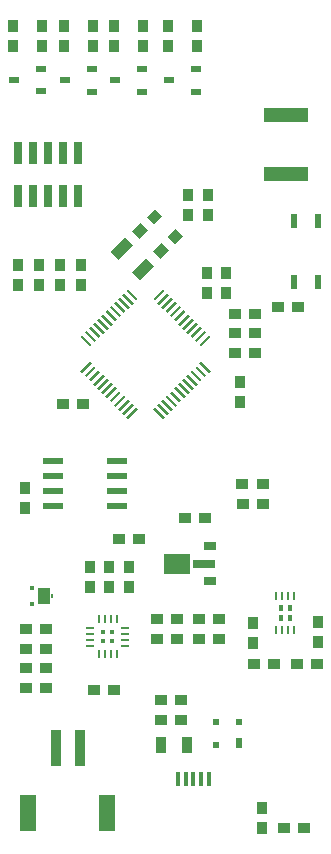
<source format=gbr>
G04 #@! TF.FileFunction,Paste,Top*
%FSLAX46Y46*%
G04 Gerber Fmt 4.6, Leading zero omitted, Abs format (unit mm)*
G04 Created by KiCad (PCBNEW 4.0.7-e2-6376~58~ubuntu16.04.1) date Fri Dec  8 11:46:57 2017*
%MOMM*%
%LPD*%
G01*
G04 APERTURE LIST*
%ADD10C,0.100000*%
%ADD11R,0.900000X0.990000*%
%ADD12R,0.990000X0.900000*%
%ADD13R,0.450000X0.360000*%
%ADD14R,0.990000X1.440000*%
%ADD15R,0.225000X0.360000*%
%ADD16R,0.630000X0.900000*%
%ADD17R,0.630000X0.540000*%
%ADD18R,0.900000X1.350000*%
%ADD19R,0.675000X1.890000*%
%ADD20R,3.780000X1.143000*%
%ADD21R,0.360000X1.215000*%
%ADD22R,0.900000X3.150000*%
%ADD23R,1.350000X3.060000*%
%ADD24R,0.945000X0.585000*%
%ADD25R,0.630000X1.305000*%
%ADD26R,0.435000X0.435000*%
%ADD27R,0.202000X0.715000*%
%ADD28R,0.715000X0.202000*%
%ADD29R,0.715000X0.220000*%
%ADD30R,1.800000X0.540000*%
%ADD31R,0.270000X0.675000*%
%ADD32R,0.435000X0.525000*%
%ADD33R,1.080000X0.720000*%
%ADD34R,1.980000X0.720000*%
%ADD35R,2.250000X1.800000*%
G04 APERTURE END LIST*
D10*
D11*
X5461000Y-2945500D03*
X5461000Y-1245500D03*
X7214500Y-2945500D03*
X7214500Y-1245500D03*
D10*
G36*
X13459861Y3491757D02*
X14096257Y2855361D01*
X13396221Y2155325D01*
X12759825Y2791721D01*
X13459861Y3491757D01*
X13459861Y3491757D01*
G37*
G36*
X12257779Y2289675D02*
X12894175Y1653279D01*
X12194139Y953243D01*
X11557743Y1589639D01*
X12257779Y2289675D01*
X12257779Y2289675D01*
G37*
G36*
X15208320Y1811216D02*
X15844716Y1174820D01*
X15144680Y474784D01*
X14508284Y1111180D01*
X15208320Y1811216D01*
X15208320Y1811216D01*
G37*
G36*
X14006238Y609134D02*
X14642634Y-27262D01*
X13942598Y-727298D01*
X13306202Y-90902D01*
X14006238Y609134D01*
X14006238Y609134D01*
G37*
D11*
X17843500Y-3644000D03*
X17843500Y-1944000D03*
X19494500Y-3644000D03*
X19494500Y-1944000D03*
X3683000Y-2945500D03*
X3683000Y-1245500D03*
D12*
X5690500Y-13017500D03*
X7390500Y-13017500D03*
D11*
X20637500Y-11151500D03*
X20637500Y-12851500D03*
D12*
X15645500Y-38100000D03*
X13945500Y-38100000D03*
D11*
X7937500Y-26836000D03*
X7937500Y-28536000D03*
X17992591Y2978299D03*
X17992591Y4678299D03*
X16278091Y2978299D03*
X16278091Y4678299D03*
X22542500Y-48919500D03*
X22542500Y-47219500D03*
D12*
X8294000Y-37274500D03*
X9994000Y-37274500D03*
D11*
X11239500Y-28536000D03*
X11239500Y-26836000D03*
X21758661Y-33279881D03*
X21758661Y-31579881D03*
X27283161Y-31516381D03*
X27283161Y-33216381D03*
D12*
X12114000Y-24511000D03*
X10414000Y-24511000D03*
D11*
X2438400Y-20130400D03*
X2438400Y-21830400D03*
D12*
X17715600Y-22669500D03*
X16015600Y-22669500D03*
D11*
X1470785Y17259463D03*
X1470785Y18959463D03*
X5788785Y17259463D03*
X5788785Y18959463D03*
X14615285Y17259463D03*
X14615285Y18959463D03*
X10043285Y17259463D03*
X10043285Y18959463D03*
D13*
X3024800Y-28661600D03*
X3024800Y-29961600D03*
D14*
X4074800Y-29311600D03*
D15*
X4749800Y-29311600D03*
D16*
X20621500Y-41707500D03*
D17*
X20621500Y-40007500D03*
X18621500Y-40007500D03*
X18621500Y-41907500D03*
D12*
X18884000Y-32956500D03*
X17184000Y-32956500D03*
X18884000Y-31242000D03*
X17184000Y-31242000D03*
D18*
X13949500Y-41910000D03*
X16149500Y-41910000D03*
D19*
X6985000Y4572000D03*
X6985000Y8172000D03*
X5715000Y4572000D03*
X5715000Y8172000D03*
X4445000Y4572000D03*
X4445000Y8172000D03*
X3175000Y4572000D03*
X3175000Y8172000D03*
X1905000Y4572000D03*
X1905000Y8172000D03*
D20*
X24574500Y6453500D03*
X24574500Y11453500D03*
D21*
X15413200Y-44803400D03*
X16063200Y-44803400D03*
X16713200Y-44803400D03*
X17363200Y-44803400D03*
X18013200Y-44803400D03*
D22*
X5096000Y-42144500D03*
X7096000Y-42144500D03*
D23*
X2746000Y-47694500D03*
X9446000Y-47694500D03*
D11*
X1905000Y-2945500D03*
X1905000Y-1245500D03*
D12*
X15645500Y-39763700D03*
X13945500Y-39763700D03*
D24*
X3834285Y13415463D03*
X3834285Y15315463D03*
X1534285Y14365463D03*
X8138285Y13412963D03*
X8138285Y15312963D03*
X5838285Y14362963D03*
X16978785Y13412963D03*
X16978785Y15312963D03*
X14678785Y14362963D03*
X12406785Y13412963D03*
X12406785Y15312963D03*
X10106785Y14362963D03*
D11*
X3883785Y18959463D03*
X3883785Y17259463D03*
D12*
X23876900Y-4813300D03*
X25576900Y-4813300D03*
X20244700Y-8763000D03*
X21944700Y-8763000D03*
D11*
X8201785Y18959463D03*
X8201785Y17259463D03*
X17028285Y18959463D03*
X17028285Y17259463D03*
X12456285Y18959463D03*
X12456285Y17259463D03*
X9588500Y-26836000D03*
X9588500Y-28536000D03*
D12*
X2579000Y-32131000D03*
X4279000Y-32131000D03*
X21932900Y-7073900D03*
X20232900Y-7073900D03*
X2579000Y-33782000D03*
X4279000Y-33782000D03*
X2579000Y-35433000D03*
X4279000Y-35433000D03*
X21932900Y-5422900D03*
X20232900Y-5422900D03*
X24360400Y-48971200D03*
X26060400Y-48971200D03*
X20879700Y-19850100D03*
X22579700Y-19850100D03*
X20892400Y-21551900D03*
X22592400Y-21551900D03*
X13628000Y-32956500D03*
X15328000Y-32956500D03*
X13628000Y-31242000D03*
X15328000Y-31242000D03*
X4279000Y-37084000D03*
X2579000Y-37084000D03*
X21822161Y-35033381D03*
X23522161Y-35033381D03*
X27219661Y-35033381D03*
X25519661Y-35033381D03*
D25*
X25238200Y2427600D03*
X25238200Y-2732400D03*
X27238200Y-2732400D03*
X27238200Y2427600D03*
D10*
G36*
X11043422Y-3452434D02*
X11202521Y-3293335D01*
X12029836Y-4120650D01*
X11870737Y-4279749D01*
X11043422Y-3452434D01*
X11043422Y-3452434D01*
G37*
G36*
X10689869Y-3805987D02*
X10848968Y-3646888D01*
X11676283Y-4474203D01*
X11517184Y-4633302D01*
X10689869Y-3805987D01*
X10689869Y-3805987D01*
G37*
G36*
X10336315Y-4159541D02*
X10495414Y-4000442D01*
X11322729Y-4827757D01*
X11163630Y-4986856D01*
X10336315Y-4159541D01*
X10336315Y-4159541D01*
G37*
G36*
X9982762Y-4513094D02*
X10141861Y-4353995D01*
X10969176Y-5181310D01*
X10810077Y-5340409D01*
X9982762Y-4513094D01*
X9982762Y-4513094D01*
G37*
G36*
X9629209Y-4866647D02*
X9788308Y-4707548D01*
X10615623Y-5534863D01*
X10456524Y-5693962D01*
X9629209Y-4866647D01*
X9629209Y-4866647D01*
G37*
G36*
X9275655Y-5220201D02*
X9434754Y-5061102D01*
X10262069Y-5888417D01*
X10102970Y-6047516D01*
X9275655Y-5220201D01*
X9275655Y-5220201D01*
G37*
G36*
X8922102Y-5573754D02*
X9081201Y-5414655D01*
X9908516Y-6241970D01*
X9749417Y-6401069D01*
X8922102Y-5573754D01*
X8922102Y-5573754D01*
G37*
G36*
X8568548Y-5927308D02*
X8727647Y-5768209D01*
X9554962Y-6595524D01*
X9395863Y-6754623D01*
X8568548Y-5927308D01*
X8568548Y-5927308D01*
G37*
G36*
X8214995Y-6280861D02*
X8374094Y-6121762D01*
X9201409Y-6949077D01*
X9042310Y-7108176D01*
X8214995Y-6280861D01*
X8214995Y-6280861D01*
G37*
G36*
X7861442Y-6634414D02*
X8020541Y-6475315D01*
X8847856Y-7302630D01*
X8688757Y-7461729D01*
X7861442Y-6634414D01*
X7861442Y-6634414D01*
G37*
G36*
X7507888Y-6987968D02*
X7666987Y-6828869D01*
X8494302Y-7656184D01*
X8335203Y-7815283D01*
X7507888Y-6987968D01*
X7507888Y-6987968D01*
G37*
G36*
X7154335Y-7341521D02*
X7313434Y-7182422D01*
X8140749Y-8009737D01*
X7981650Y-8168836D01*
X7154335Y-7341521D01*
X7154335Y-7341521D01*
G37*
G36*
X7313434Y-10431578D02*
X7154335Y-10272479D01*
X7981650Y-9445164D01*
X8140749Y-9604263D01*
X7313434Y-10431578D01*
X7313434Y-10431578D01*
G37*
G36*
X7666987Y-10785131D02*
X7507888Y-10626032D01*
X8335203Y-9798717D01*
X8494302Y-9957816D01*
X7666987Y-10785131D01*
X7666987Y-10785131D01*
G37*
G36*
X8020541Y-11138685D02*
X7861442Y-10979586D01*
X8688757Y-10152271D01*
X8847856Y-10311370D01*
X8020541Y-11138685D01*
X8020541Y-11138685D01*
G37*
G36*
X8374094Y-11492238D02*
X8214995Y-11333139D01*
X9042310Y-10505824D01*
X9201409Y-10664923D01*
X8374094Y-11492238D01*
X8374094Y-11492238D01*
G37*
G36*
X8727647Y-11845791D02*
X8568548Y-11686692D01*
X9395863Y-10859377D01*
X9554962Y-11018476D01*
X8727647Y-11845791D01*
X8727647Y-11845791D01*
G37*
G36*
X9081201Y-12199345D02*
X8922102Y-12040246D01*
X9749417Y-11212931D01*
X9908516Y-11372030D01*
X9081201Y-12199345D01*
X9081201Y-12199345D01*
G37*
G36*
X9434754Y-12552898D02*
X9275655Y-12393799D01*
X10102970Y-11566484D01*
X10262069Y-11725583D01*
X9434754Y-12552898D01*
X9434754Y-12552898D01*
G37*
G36*
X9788308Y-12906452D02*
X9629209Y-12747353D01*
X10456524Y-11920038D01*
X10615623Y-12079137D01*
X9788308Y-12906452D01*
X9788308Y-12906452D01*
G37*
G36*
X10141861Y-13260005D02*
X9982762Y-13100906D01*
X10810077Y-12273591D01*
X10969176Y-12432690D01*
X10141861Y-13260005D01*
X10141861Y-13260005D01*
G37*
G36*
X10495414Y-13613558D02*
X10336315Y-13454459D01*
X11163630Y-12627144D01*
X11322729Y-12786243D01*
X10495414Y-13613558D01*
X10495414Y-13613558D01*
G37*
G36*
X10848968Y-13967112D02*
X10689869Y-13808013D01*
X11517184Y-12980698D01*
X11676283Y-13139797D01*
X10848968Y-13967112D01*
X10848968Y-13967112D01*
G37*
G36*
X11202521Y-14320665D02*
X11043422Y-14161566D01*
X11870737Y-13334251D01*
X12029836Y-13493350D01*
X11202521Y-14320665D01*
X11202521Y-14320665D01*
G37*
G36*
X13306164Y-13493350D02*
X13465263Y-13334251D01*
X14292578Y-14161566D01*
X14133479Y-14320665D01*
X13306164Y-13493350D01*
X13306164Y-13493350D01*
G37*
G36*
X13659717Y-13139797D02*
X13818816Y-12980698D01*
X14646131Y-13808013D01*
X14487032Y-13967112D01*
X13659717Y-13139797D01*
X13659717Y-13139797D01*
G37*
G36*
X14013271Y-12786243D02*
X14172370Y-12627144D01*
X14999685Y-13454459D01*
X14840586Y-13613558D01*
X14013271Y-12786243D01*
X14013271Y-12786243D01*
G37*
G36*
X14366824Y-12432690D02*
X14525923Y-12273591D01*
X15353238Y-13100906D01*
X15194139Y-13260005D01*
X14366824Y-12432690D01*
X14366824Y-12432690D01*
G37*
G36*
X14720377Y-12079137D02*
X14879476Y-11920038D01*
X15706791Y-12747353D01*
X15547692Y-12906452D01*
X14720377Y-12079137D01*
X14720377Y-12079137D01*
G37*
G36*
X15073931Y-11725583D02*
X15233030Y-11566484D01*
X16060345Y-12393799D01*
X15901246Y-12552898D01*
X15073931Y-11725583D01*
X15073931Y-11725583D01*
G37*
G36*
X15427484Y-11372030D02*
X15586583Y-11212931D01*
X16413898Y-12040246D01*
X16254799Y-12199345D01*
X15427484Y-11372030D01*
X15427484Y-11372030D01*
G37*
G36*
X15781038Y-11018476D02*
X15940137Y-10859377D01*
X16767452Y-11686692D01*
X16608353Y-11845791D01*
X15781038Y-11018476D01*
X15781038Y-11018476D01*
G37*
G36*
X16134591Y-10664923D02*
X16293690Y-10505824D01*
X17121005Y-11333139D01*
X16961906Y-11492238D01*
X16134591Y-10664923D01*
X16134591Y-10664923D01*
G37*
G36*
X16488144Y-10311370D02*
X16647243Y-10152271D01*
X17474558Y-10979586D01*
X17315459Y-11138685D01*
X16488144Y-10311370D01*
X16488144Y-10311370D01*
G37*
G36*
X16841698Y-9957816D02*
X17000797Y-9798717D01*
X17828112Y-10626032D01*
X17669013Y-10785131D01*
X16841698Y-9957816D01*
X16841698Y-9957816D01*
G37*
G36*
X17195251Y-9604263D02*
X17354350Y-9445164D01*
X18181665Y-10272479D01*
X18022566Y-10431578D01*
X17195251Y-9604263D01*
X17195251Y-9604263D01*
G37*
G36*
X17354350Y-8168836D02*
X17195251Y-8009737D01*
X18022566Y-7182422D01*
X18181665Y-7341521D01*
X17354350Y-8168836D01*
X17354350Y-8168836D01*
G37*
G36*
X17000797Y-7815283D02*
X16841698Y-7656184D01*
X17669013Y-6828869D01*
X17828112Y-6987968D01*
X17000797Y-7815283D01*
X17000797Y-7815283D01*
G37*
G36*
X16647243Y-7461729D02*
X16488144Y-7302630D01*
X17315459Y-6475315D01*
X17474558Y-6634414D01*
X16647243Y-7461729D01*
X16647243Y-7461729D01*
G37*
G36*
X16293690Y-7108176D02*
X16134591Y-6949077D01*
X16961906Y-6121762D01*
X17121005Y-6280861D01*
X16293690Y-7108176D01*
X16293690Y-7108176D01*
G37*
G36*
X15940137Y-6754623D02*
X15781038Y-6595524D01*
X16608353Y-5768209D01*
X16767452Y-5927308D01*
X15940137Y-6754623D01*
X15940137Y-6754623D01*
G37*
G36*
X15586583Y-6401069D02*
X15427484Y-6241970D01*
X16254799Y-5414655D01*
X16413898Y-5573754D01*
X15586583Y-6401069D01*
X15586583Y-6401069D01*
G37*
G36*
X15233030Y-6047516D02*
X15073931Y-5888417D01*
X15901246Y-5061102D01*
X16060345Y-5220201D01*
X15233030Y-6047516D01*
X15233030Y-6047516D01*
G37*
G36*
X14879476Y-5693962D02*
X14720377Y-5534863D01*
X15547692Y-4707548D01*
X15706791Y-4866647D01*
X14879476Y-5693962D01*
X14879476Y-5693962D01*
G37*
G36*
X14525923Y-5340409D02*
X14366824Y-5181310D01*
X15194139Y-4353995D01*
X15353238Y-4513094D01*
X14525923Y-5340409D01*
X14525923Y-5340409D01*
G37*
G36*
X14172370Y-4986856D02*
X14013271Y-4827757D01*
X14840586Y-4000442D01*
X14999685Y-4159541D01*
X14172370Y-4986856D01*
X14172370Y-4986856D01*
G37*
G36*
X13818816Y-4633302D02*
X13659717Y-4474203D01*
X14487032Y-3646888D01*
X14646131Y-3805987D01*
X13818816Y-4633302D01*
X13818816Y-4633302D01*
G37*
G36*
X13465263Y-4279749D02*
X13306164Y-4120650D01*
X14133479Y-3293335D01*
X14292578Y-3452434D01*
X13465263Y-4279749D01*
X13465263Y-4279749D01*
G37*
D26*
X9848500Y-32376500D03*
X9098500Y-32376500D03*
X9098500Y-33126500D03*
X9848500Y-33126500D03*
D27*
X8723500Y-34226500D03*
X9223500Y-34226500D03*
X9723500Y-34226500D03*
X10223500Y-34226500D03*
D28*
X10948500Y-33501500D03*
X10948500Y-33001500D03*
D29*
X10948500Y-32501500D03*
D28*
X10948500Y-32001500D03*
D27*
X10223500Y-31276500D03*
X9723500Y-31276500D03*
X9223500Y-31276500D03*
X8723500Y-31276500D03*
D28*
X7998500Y-32001500D03*
X7998500Y-32501500D03*
X7998500Y-33001500D03*
D29*
X7998500Y-33501500D03*
D30*
X10256500Y-17843500D03*
X10256500Y-19113500D03*
X10256500Y-20383500D03*
X10256500Y-21653500D03*
X4856500Y-21653500D03*
X4856500Y-20383500D03*
X4856500Y-19113500D03*
X4856500Y-17843500D03*
D31*
X23757661Y-32172381D03*
X24257661Y-32172381D03*
X24757661Y-32172381D03*
X25257661Y-32172381D03*
X25257661Y-29272381D03*
X24757661Y-29272381D03*
X24257661Y-29272381D03*
X23757661Y-29272381D03*
D32*
X24870161Y-30284881D03*
X24145161Y-30284881D03*
X24870161Y-31159881D03*
X24145161Y-31159881D03*
D33*
X18161000Y-28067000D03*
D34*
X17661000Y-26567000D03*
D33*
X18161000Y-25067000D03*
D35*
X15311000Y-26567000D03*
D10*
G36*
X9718523Y-132675D02*
X10927675Y1076477D01*
X11627711Y376441D01*
X10418559Y-832711D01*
X9718523Y-132675D01*
X9718523Y-132675D01*
G37*
G36*
X11486289Y-1900441D02*
X12695441Y-691289D01*
X13395477Y-1391325D01*
X12186325Y-2600477D01*
X11486289Y-1900441D01*
X11486289Y-1900441D01*
G37*
M02*

</source>
